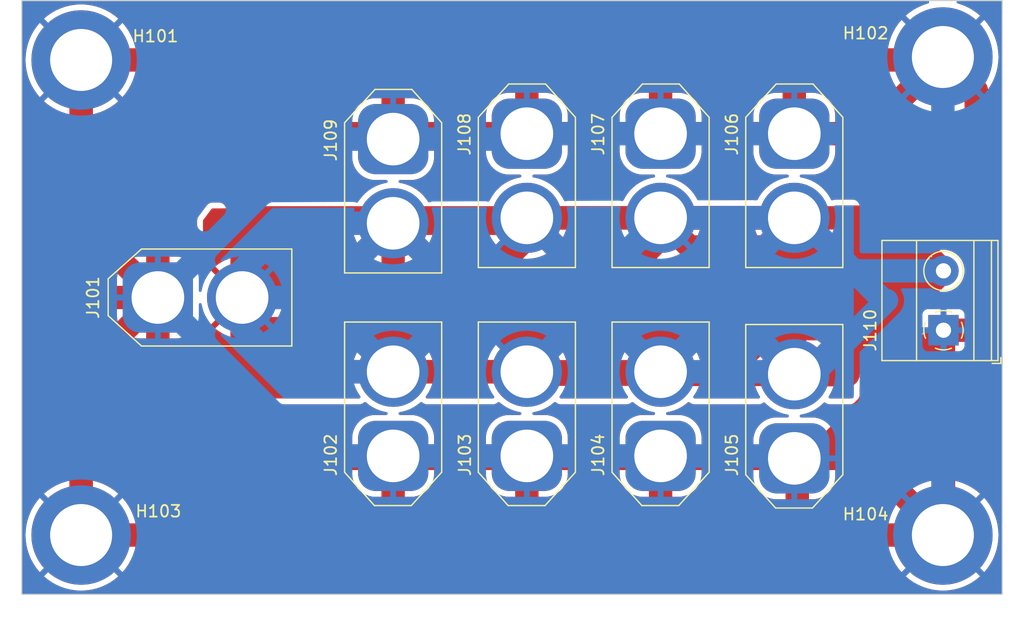
<source format=kicad_pcb>
(kicad_pcb (version 20221018) (generator pcbnew)
  (layers (0 "F.Cu" power) (31 "B.Cu" signal) (34 "B.Paste" user) (35 "F.Paste" user) (36 "B.SilkS" user "B.Silkscreen") (37 "F.SilkS" user "F.Silkscreen") (38 "B.Mask" user) (39 "F.Mask" user) (44 "Edge.Cuts" user))
  (net 0 "")
  (net 1 "GND")
  (net 2 "+12V")
  (footprint "TerminalBlock_Phoenix:TerminalBlock_Phoenix_MKDS-1,5-2-5.08_1x02_P5.08mm_Horizontal" (layer "F.Cu") (at 124.511 53.599 90)
    (fp_text reference "J110" (at 0.005 -6.26 90) (layer "F.SilkS"))
    (fp_text value "Screw_Terminal_01x02")
    (fp_line (start -2.84 4.16) (end -2.84 4.9) (stroke (width 0.12)) (layer "F.SilkS"))
    (fp_line (start -2.84 4.9) (end -2.34 4.9) (stroke (width 0.12)) (layer "F.SilkS"))
    (fp_line (start -2.6 -5.261) (end -2.6 4.66) (stroke (width 0.12)) (layer "F.SilkS"))
    (fp_line (start -2.6 -5.261) (end 7.68 -5.261) (stroke (width 0.12)) (layer "F.SilkS"))
    (fp_line (start -2.6 -2.301) (end 7.68 -2.301) (stroke (width 0.12)) (layer "F.SilkS"))
    (fp_line (start -2.6 2.6) (end 7.68 2.6) (stroke (width 0.12)) (layer "F.SilkS"))
    (fp_line (start -2.6 4.1) (end 7.68 4.1) (stroke (width 0.12)) (layer "F.SilkS"))
    (fp_line (start -2.6 4.66) (end 7.68 4.66) (stroke (width 0.12)) (layer "F.SilkS"))
    (fp_line (start 3.853 1.023) (end 3.806 1.069) (stroke (width 0.12)) (layer "F.SilkS"))
    (fp_line (start 4.046 1.239) (end 4.011 1.274) (stroke (width 0.12)) (layer "F.SilkS"))
    (fp_line (start 6.15 -1.275) (end 6.115 -1.239) (stroke (width 0.12)) (layer "F.SilkS"))
    (fp_line (start 6.355 -1.069) (end 6.308 -1.023) (stroke (width 0.12)) (layer "F.SilkS"))
    (fp_line (start 7.68 -5.261) (end 7.68 4.66) (stroke (width 0.12)) (layer "F.SilkS"))
    (fp_arc (start -1.535427 0.683042) (mid -1.680501 -0.000524) (end -1.535 -0.684) (stroke (width 0.12)) (layer "F.SilkS"))
    (fp_arc (start -0.683042 -1.535427) (mid 0.000524 -1.680501) (end 0.684 -1.535) (stroke (width 0.12)) (layer "F.SilkS"))
    (fp_arc (start 0.028805 1.680253) (mid -0.335551 1.646659) (end -0.684 1.535) (stroke (width 0.12)) (layer "F.SilkS"))
    (fp_arc (start 0.683318 1.534756) (mid 0.349292 1.643288) (end 0 1.68) (stroke (width 0.12)) (layer "F.SilkS"))
    (fp_arc (start 1.535427 -0.683042) (mid 1.680501 0.000524) (end 1.535 0.684) (stroke (width 0.12)) (layer "F.SilkS"))
    (fp_circle (center 5.08 0) (end 6.76 0) (stroke (width 0.12)) (fill none) (layer "F.SilkS"))
    (pad "1" thru_hole rect (at 0 0 90) (size 2.6 2.6) (drill 1.3) (layers "*.Cu" "*.Mask") (net 1 "GND"))
    (pad "2" thru_hole circle (at 5.08 0 90) (size 2.6 2.6) (drill 1.3) (layers "*.Cu" "*.Mask") (net 2 "+12V"))
  )
  (footprint "MountingHole:MountingHole_5.3mm_M5_ISO14580_Pad_TopBottom" (layer "F.Cu") (at 124.46 71.12)
    (fp_text reference "H104" (at -6.604 -1.778) (layer "F.SilkS"))
    (fp_text value "MountingHole_Pad")
    (pad "1" thru_hole circle (at 0 0) (size 5.7 5.7) (drill 5.3) (layers "*.Cu" "*.Mask") (net 1 "GND"))
    (pad "1" connect circle (at 0 0) (size 8.5 8.5) (layers "F.Cu" "F.Mask") (net 1 "GND"))
    (pad "1" connect circle (at 0 0) (size 8.5 8.5) (layers "B.Cu" "B.Mask") (net 1 "GND"))
  )
  (footprint "MountingHole:MountingHole_5.3mm_M5_ISO14580_Pad_TopBottom" (layer "F.Cu") (at 50.8 30.48)
    (fp_text reference "H101" (at 6.35 -2.032) (layer "F.SilkS"))
    (fp_text value "MountingHole_Pad")
    (pad "1" thru_hole circle (at 0 0) (size 5.7 5.7) (drill 5.3) (layers "*.Cu" "*.Mask") (net 1 "GND"))
    (pad "1" connect circle (at 0 0) (size 8.5 8.5) (layers "F.Cu" "F.Mask") (net 1 "GND"))
    (pad "1" connect circle (at 0 0) (size 8.5 8.5) (layers "B.Cu" "B.Mask") (net 1 "GND"))
  )
  (footprint "Connector_AMASS:AMASS_XT60-M_1x02_P7.20mm_Vertical" (layer "F.Cu") (at 88.9 36.786 -90)
    (fp_text reference "J108" (at 0.044 5.334 90) (layer "F.SilkS"))
    (fp_text value "Conn_01x02_Socket")
    (fp_line (start -4.25 -1.6) (end -4.25 1.55) (stroke (width 0.12)) (layer "F.SilkS"))
    (fp_line (start -4.25 1.55) (end -1.4 4.15) (stroke (width 0.12)) (layer "F.SilkS"))
    (fp_line (start -1.4 -4.15) (end -4.25 -1.6) (stroke (width 0.12)) (layer "F.SilkS"))
    (fp_line (start -1.4 4.15) (end 11.45 4.15) (stroke (width 0.12)) (layer "F.SilkS"))
    (fp_line (start 11.45 -4.15) (end -1.4 -4.15) (stroke (width 0.12)) (layer "F.SilkS"))
    (fp_line (start 11.45 4.15) (end 11.45 -4.15) (stroke (width 0.12)) (layer "F.SilkS"))
    (pad "1" thru_hole roundrect (at 0 0 270) (size 6 6) (drill 4.5) (layers "*.Cu" "*.Mask") (net 1 "GND"))
    (pad "2" thru_hole circle (at 7.2 0 270) (size 6 6) (drill 4.5) (layers "*.Cu" "*.Mask") (net 2 "+12V"))
  )
  (footprint "MountingHole:MountingHole_5.3mm_M5_ISO14580_Pad_TopBottom" (layer "F.Cu") (at 50.8 71.12)
    (fp_text reference "H103" (at 6.604 -2.032) (layer "F.SilkS"))
    (fp_text value "MountingHole_Pad")
    (pad "1" thru_hole circle (at 0 0) (size 5.7 5.7) (drill 5.3) (layers "*.Cu" "*.Mask") (net 1 "GND"))
    (pad "1" connect circle (at 0 0) (size 8.5 8.5) (layers "F.Cu" "F.Mask") (net 1 "GND"))
    (pad "1" connect circle (at 0 0) (size 8.5 8.5) (layers "B.Cu" "B.Mask") (net 1 "GND"))
  )
  (footprint "Connector_AMASS:AMASS_XT60-M_1x02_P7.20mm_Vertical" (layer "F.Cu") (at 77.47 64.35 90)
    (fp_text reference "J102" (at 0.088 -5.334 90) (layer "F.SilkS"))
    (fp_text value "Conn_01x02_Socket")
    (fp_line (start -4.25 -1.6) (end -4.25 1.55) (stroke (width 0.12)) (layer "F.SilkS"))
    (fp_line (start -4.25 1.55) (end -1.4 4.15) (stroke (width 0.12)) (layer "F.SilkS"))
    (fp_line (start -1.4 -4.15) (end -4.25 -1.6) (stroke (width 0.12)) (layer "F.SilkS"))
    (fp_line (start -1.4 4.15) (end 11.45 4.15) (stroke (width 0.12)) (layer "F.SilkS"))
    (fp_line (start 11.45 -4.15) (end -1.4 -4.15) (stroke (width 0.12)) (layer "F.SilkS"))
    (fp_line (start 11.45 4.15) (end 11.45 -4.15) (stroke (width 0.12)) (layer "F.SilkS"))
    (pad "1" thru_hole roundrect (at 0 0 90) (size 6 6) (drill 4.5) (layers "*.Cu" "*.Mask") (net 1 "GND"))
    (pad "2" thru_hole circle (at 7.2 0 90) (size 6 6) (drill 4.5) (layers "*.Cu" "*.Mask") (net 2 "+12V"))
  )
  (footprint "Connector_AMASS:AMASS_XT60-M_1x02_P7.20mm_Vertical" (layer "F.Cu") (at 77.47 37.25 -90)
    (fp_text reference "J109" (at 0.088 5.334 90) (layer "F.SilkS"))
    (fp_text value "Conn_01x02_Socket")
    (fp_line (start -4.25 -1.6) (end -4.25 1.55) (stroke (width 0.12)) (layer "F.SilkS"))
    (fp_line (start -4.25 1.55) (end -1.4 4.15) (stroke (width 0.12)) (layer "F.SilkS"))
    (fp_line (start -1.4 -4.15) (end -4.25 -1.6) (stroke (width 0.12)) (layer "F.SilkS"))
    (fp_line (start -1.4 4.15) (end 11.45 4.15) (stroke (width 0.12)) (layer "F.SilkS"))
    (fp_line (start 11.45 -4.15) (end -1.4 -4.15) (stroke (width 0.12)) (layer "F.SilkS"))
    (fp_line (start 11.45 4.15) (end 11.45 -4.15) (stroke (width 0.12)) (layer "F.SilkS"))
    (pad "1" thru_hole roundrect (at 0 0 270) (size 6 6) (drill 4.5) (layers "*.Cu" "*.Mask") (net 1 "GND"))
    (pad "2" thru_hole circle (at 7.2 0 270) (size 6 6) (drill 4.5) (layers "*.Cu" "*.Mask") (net 2 "+12V"))
  )
  (footprint "Connector_AMASS:AMASS_XT60-M_1x02_P7.20mm_Vertical" (layer "F.Cu") (at 57.36 50.8)
    (fp_text reference "J101" (at -5.544 0 90) (layer "F.SilkS"))
    (fp_text value "Conn_01x02_Pin")
    (fp_line (start -4.25 -1.6) (end -4.25 1.55) (stroke (width 0.12)) (layer "F.SilkS"))
    (fp_line (start -4.25 1.55) (end -1.4 4.15) (stroke (width 0.12)) (layer "F.SilkS"))
    (fp_line (start -1.4 -4.15) (end -4.25 -1.6) (stroke (width 0.12)) (layer "F.SilkS"))
    (fp_line (start -1.4 4.15) (end 11.45 4.15) (stroke (width 0.12)) (layer "F.SilkS"))
    (fp_line (start 11.45 -4.15) (end -1.4 -4.15) (stroke (width 0.12)) (layer "F.SilkS"))
    (fp_line (start 11.45 4.15) (end 11.45 -4.15) (stroke (width 0.12)) (layer "F.SilkS"))
    (pad "1" thru_hole roundrect (at 0 0) (size 6 6) (drill 4.5) (layers "*.Cu" "*.Mask") (net 1 "GND"))
    (pad "2" thru_hole circle (at 7.2 0) (size 6 6) (drill 4.5) (layers "*.Cu" "*.Mask") (net 2 "+12V"))
  )
  (footprint "Connector_AMASS:AMASS_XT60-M_1x02_P7.20mm_Vertical" (layer "F.Cu") (at 100.33 36.786 -90)
    (fp_text reference "J107" (at 0.044 5.334 90) (layer "F.SilkS"))
    (fp_text value "Conn_01x02_Socket")
    (fp_line (start -4.25 -1.6) (end -4.25 1.55) (stroke (width 0.12)) (layer "F.SilkS"))
    (fp_line (start -4.25 1.55) (end -1.4 4.15) (stroke (width 0.12)) (layer "F.SilkS"))
    (fp_line (start -1.4 -4.15) (end -4.25 -1.6) (stroke (width 0.12)) (layer "F.SilkS"))
    (fp_line (start -1.4 4.15) (end 11.45 4.15) (stroke (width 0.12)) (layer "F.SilkS"))
    (fp_line (start 11.45 -4.15) (end -1.4 -4.15) (stroke (width 0.12)) (layer "F.SilkS"))
    (fp_line (start 11.45 4.15) (end 11.45 -4.15) (stroke (width 0.12)) (layer "F.SilkS"))
    (pad "1" thru_hole roundrect (at 0 0 270) (size 6 6) (drill 4.5) (layers "*.Cu" "*.Mask") (net 1 "GND"))
    (pad "2" thru_hole circle (at 7.2 0 270) (size 6 6) (drill 4.5) (layers "*.Cu" "*.Mask") (net 2 "+12V"))
  )
  (footprint "Connector_AMASS:AMASS_XT60-M_1x02_P7.20mm_Vertical" (layer "F.Cu") (at 111.76 64.56 90)
    (fp_text reference "J105" (at 0.298 -5.334 90) (layer "F.SilkS"))
    (fp_text value "Conn_01x02_Socket")
    (fp_line (start -4.25 -1.6) (end -4.25 1.55) (stroke (width 0.12)) (layer "F.SilkS"))
    (fp_line (start -4.25 1.55) (end -1.4 4.15) (stroke (width 0.12)) (layer "F.SilkS"))
    (fp_line (start -1.4 -4.15) (end -4.25 -1.6) (stroke (width 0.12)) (layer "F.SilkS"))
    (fp_line (start -1.4 4.15) (end 11.45 4.15) (stroke (width 0.12)) (layer "F.SilkS"))
    (fp_line (start 11.45 -4.15) (end -1.4 -4.15) (stroke (width 0.12)) (layer "F.SilkS"))
    (fp_line (start 11.45 4.15) (end 11.45 -4.15) (stroke (width 0.12)) (layer "F.SilkS"))
    (pad "1" thru_hole roundrect (at 0 0 90) (size 6 6) (drill 4.5) (layers "*.Cu" "*.Mask") (net 1 "GND"))
    (pad "2" thru_hole circle (at 7.2 0 90) (size 6 6) (drill 4.5) (layers "*.Cu" "*.Mask") (net 2 "+12V"))
  )
  (footprint "MountingHole:MountingHole_5.3mm_M5_ISO14580_Pad_TopBottom" (layer "F.Cu") (at 124.46 30.226)
    (fp_text reference "H102" (at -6.604 -2.032) (layer "F.SilkS"))
    (fp_text value "MountingHole_Pad")
    (pad "1" thru_hole circle (at 0 0) (size 5.7 5.7) (drill 5.3) (layers "*.Cu" "*.Mask") (net 1 "GND"))
    (pad "1" connect circle (at 0 0) (size 8.5 8.5) (layers "F.Cu" "F.Mask") (net 1 "GND"))
    (pad "1" connect circle (at 0 0) (size 8.5 8.5) (layers "B.Cu" "B.Mask") (net 1 "GND"))
  )
  (footprint "Connector_AMASS:AMASS_XT60-M_1x02_P7.20mm_Vertical" (layer "F.Cu") (at 88.9 64.35 90)
    (fp_text reference "J103" (at 0.088 -5.3 90) (layer "F.SilkS"))
    (fp_text value "Conn_01x02_Socket")
    (fp_line (start -4.25 -1.6) (end -4.25 1.55) (stroke (width 0.12)) (layer "F.SilkS"))
    (fp_line (start -4.25 1.55) (end -1.4 4.15) (stroke (width 0.12)) (layer "F.SilkS"))
    (fp_line (start -1.4 -4.15) (end -4.25 -1.6) (stroke (width 0.12)) (layer "F.SilkS"))
    (fp_line (start -1.4 4.15) (end 11.45 4.15) (stroke (width 0.12)) (layer "F.SilkS"))
    (fp_line (start 11.45 -4.15) (end -1.4 -4.15) (stroke (width 0.12)) (layer "F.SilkS"))
    (fp_line (start 11.45 4.15) (end 11.45 -4.15) (stroke (width 0.12)) (layer "F.SilkS"))
    (pad "1" thru_hole roundrect (at 0 0 90) (size 6 6) (drill 4.5) (layers "*.Cu" "*.Mask") (net 1 "GND"))
    (pad "2" thru_hole circle (at 7.2 0 90) (size 6 6) (drill 4.5) (layers "*.Cu" "*.Mask") (net 2 "+12V"))
  )
  (footprint "Connector_AMASS:AMASS_XT60-M_1x02_P7.20mm_Vertical" (layer "F.Cu") (at 100.33 64.35 90)
    (fp_text reference "J104" (at 0.088 -5.334 90) (layer "F.SilkS"))
    (fp_text value "Conn_01x02_Socket")
    (fp_line (start -4.25 -1.6) (end -4.25 1.55) (stroke (width 0.12)) (layer "F.SilkS"))
    (fp_line (start -4.25 1.55) (end -1.4 4.15) (stroke (width 0.12)) (layer "F.SilkS"))
    (fp_line (start -1.4 -4.15) (end -4.25 -1.6) (stroke (width 0.12)) (layer "F.SilkS"))
    (fp_line (start -1.4 4.15) (end 11.45 4.15) (stroke (width 0.12)) (layer "F.SilkS"))
    (fp_line (start 11.45 -4.15) (end -1.4 -4.15) (stroke (width 0.12)) (layer "F.SilkS"))
    (fp_line (start 11.45 4.15) (end 11.45 -4.15) (stroke (width 0.12)) (layer "F.SilkS"))
    (pad "1" thru_hole roundrect (at 0 0 90) (size 6 6) (drill 4.5) (layers "*.Cu" "*.Mask") (net 1 "GND"))
    (pad "2" thru_hole circle (at 7.2 0 90) (size 6 6) (drill 4.5) (layers "*.Cu" "*.Mask") (net 2 "+12V"))
  )
  (footprint "Connector_AMASS:AMASS_XT60-M_1x02_P7.20mm_Vertical" (layer "F.Cu") (at 111.76 36.786 -90)
    (fp_text reference "J106" (at 0.044 5.334 90) (layer "F.SilkS"))
    (fp_text value "Conn_01x02_Socket")
    (fp_line (start -4.25 -1.6) (end -4.25 1.55) (stroke (width 0.12)) (layer "F.SilkS"))
    (fp_line (start -4.25 1.55) (end -1.4 4.15) (stroke (width 0.12)) (layer "F.SilkS"))
    (fp_line (start -1.4 -4.15) (end -4.25 -1.6) (stroke (width 0.12)) (layer "F.SilkS"))
    (fp_line (start -1.4 4.15) (end 11.45 4.15) (stroke (width 0.12)) (layer "F.SilkS"))
    (fp_line (start 11.45 -4.15) (end -1.4 -4.15) (stroke (width 0.12)) (layer "F.SilkS"))
    (fp_line (start 11.45 4.15) (end 11.45 -4.15) (stroke (width 0.12)) (layer "F.SilkS"))
    (pad "1" thru_hole roundrect (at 0 0 270) (size 6 6) (drill 4.5) (layers "*.Cu" "*.Mask") (net 1 "GND"))
    (pad "2" thru_hole circle (at 7.2 0 270) (size 6 6) (drill 4.5) (layers "*.Cu" "*.Mask") (net 2 "+12V"))
  )
  (gr_rect (start 45.72 25.4) (end 129.54 76.2) (stroke (width 0.1)) (fill none) (layer "Edge.Cuts"))
  (segment (start 112.014 64.814) (end 112.014 71.12) (width 2) (layer "F.Cu") (net 1))
  (segment (start 50.8 71.12) (end 77.216 71.12) (width 2) (layer "F.Cu") (net 1))
  (segment (start 124.511 71.069) (end 124.46 71.12) (width 2) (layer "F.Cu") (net 1))
  (segment (start 126.741 53.599) (end 127.311 53.029) (width 2) (layer "F.Cu") (net 1))
  (segment (start 88.9 64.35) (end 88.9 71.12) (width 2) (layer "F.Cu") (net 1))
  (segment (start 111.76 36.786) (end 111.76 30.988) (width 2) (layer "F.Cu") (net 1))
  (segment (start 111.252 30.48) (end 124.206 30.48) (width 2) (layer "F.Cu") (net 1))
  (segment (start 57.36 50.8) (end 50.8 44.24) (width 2) (layer "F.Cu") (net 1))
  (segment (start 100.076 30.48) (end 111.252 30.48) (width 2) (layer "F.Cu") (net 1))
  (segment (start 111.76 30.988) (end 111.252 30.48) (width 2) (layer "F.Cu") (net 1))
  (segment (start 50.8 71.12) (end 50.8 50.8) (width 2) (layer "F.Cu") (net 1))
  (segment (start 100.33 30.734) (end 100.076 30.48) (width 2) (layer "F.Cu") (net 1))
  (segment (start 112.014 71.12) (end 124.46 71.12) (width 2) (layer "F.Cu") (net 1))
  (segment (start 100.33 36.786) (end 100.33 30.734) (width 2) (layer "F.Cu") (net 1))
  (segment (start 111.76 64.56) (end 65.83 64.56) (width 2) (layer "F.Cu") (net 1))
  (segment (start 124.511 53.599) (end 124.511 71.069) (width 2) (layer "F.Cu") (net 1))
  (segment (start 77.47 37.25) (end 77.47 30.48) (width 2) (layer "F.Cu") (net 1))
  (segment (start 77.47 30.48) (end 88.9 30.48) (width 2) (layer "F.Cu") (net 1))
  (segment (start 57.36 56.09) (end 57.36 50.8) (width 2) (layer "F.Cu") (net 1))
  (segment (start 127.311 33.077) (end 124.46 30.226) (width 2) (layer "F.Cu") (net 1))
  (segment (start 117.9 36.786) (end 124.46 30.226) (width 2) (layer "F.Cu") (net 1))
  (segment (start 77.47 64.35) (end 77.47 70.866) (width 2) (layer "F.Cu") (net 1))
  (segment (start 111.76 64.56) (end 117.9 64.56) (width 2) (layer "F.Cu") (net 1))
  (segment (start 77.47 70.866) (end 77.216 71.12) (width 2) (layer "F.Cu") (net 1))
  (segment (start 124.511 53.599) (end 126.741 53.599) (width 2) (layer "F.Cu") (net 1))
  (segment (start 88.9 71.12) (end 100.33 71.12) (width 2) (layer "F.Cu") (net 1))
  (segment (start 113.55 64.56) (end 124.511 53.599) (width 2) (layer "F.Cu") (net 1))
  (segment (start 57.36 50.8) (end 50.8 50.8) (width 2) (layer "F.Cu") (net 1))
  (segment (start 124.206 30.48) (end 124.46 30.226) (width 2) (layer "F.Cu") (net 1))
  (segment (start 100.33 64.35) (end 100.33 71.12) (width 2) (layer "F.Cu") (net 1))
  (segment (start 50.8 57.36) (end 50.8 71.12) (width 2) (layer "F.Cu") (net 1))
  (segment (start 111.76 36.786) (end 117.9 36.786) (width 2) (layer "F.Cu") (net 1))
  (segment (start 50.8 50.8) (end 50.8 30.48) (width 2) (layer "F.Cu") (net 1))
  (segment (start 57.36 42.97) (end 63.544 36.786) (width 2) (layer "F.Cu") (net 1))
  (segment (start 77.216 71.12) (end 88.9 71.12) (width 2) (layer "F.Cu") (net 1))
  (segment (start 111.76 64.56) (end 112.014 64.814) (width 2) (layer "F.Cu") (net 1))
  (segment (start 88.9 30.48) (end 100.076 30.48) (width 2) (layer "F.Cu") (net 1))
  (segment (start 100.33 71.12) (end 112.014 71.12) (width 2) (layer "F.Cu") (net 1))
  (segment (start 63.544 36.786) (end 111.76 36.786) (width 2) (layer "F.Cu") (net 1))
  (segment (start 127.311 53.029) (end 127.311 33.077) (width 2) (layer "F.Cu") (net 1))
  (segment (start 88.9 36.786) (end 88.9 30.48) (width 2) (layer "F.Cu") (net 1))
  (segment (start 65.83 64.56) (end 57.36 56.09) (width 2) (layer "F.Cu") (net 1))
  (segment (start 112.18 64.98) (end 111.76 64.56) (width 2) (layer "F.Cu") (net 1))
  (segment (start 111.76 64.56) (end 113.55 64.56) (width 2) (layer "F.Cu") (net 1))
  (segment (start 117.9 64.56) (end 124.46 71.12) (width 2) (layer "F.Cu") (net 1))
  (segment (start 50.8 44.24) (end 50.8 30.48) (width 2) (layer "F.Cu") (net 1))
  (segment (start 57.36 50.8) (end 50.8 57.36) (width 2) (layer "F.Cu") (net 1))
  (segment (start 50.8 30.48) (end 77.47 30.48) (width 2) (layer "F.Cu") (net 1))
  (segment (start 57.36 50.8) (end 57.36 42.97) (width 2) (layer "F.Cu") (net 1))
  (segment (start 100.33 64.35) (end 111.55 64.35) (width 2) (layer "B.Cu") (net 1))
  (segment (start 100.33 36.786) (end 111.76 36.786) (width 2) (layer "B.Cu") (net 1))
  (segment (start 88.9 36.786) (end 100.33 36.786) (width 2) (layer "B.Cu") (net 1))
  (segment (start 77.47 64.35) (end 88.9 64.35) (width 2) (layer "B.Cu") (net 1))
  (segment (start 77.47 37.25) (end 88.436 37.25) (width 2) (layer "B.Cu") (net 1))
  (segment (start 70.91 37.25) (end 77.47 37.25) (width 2) (layer "B.Cu") (net 1))
  (segment (start 124.46 30.226) (end 124.46 38.1) (width 2) (layer "B.Cu") (net 1))
  (segment (start 126.401 69.179) (end 124.46 71.12) (width 2) (layer "B.Cu") (net 1))
  (segment (start 124.46 60.452) (end 124.46 71.12) (width 2) (layer "B.Cu") (net 1))
  (segment (start 57.36 50.8) (end 70.91 64.35) (width 2) (layer "B.Cu") (net 1))
  (segment (start 88.9 64.35) (end 100.33 64.35) (width 2) (layer "B.Cu") (net 1))
  (segment (start 111.76 36.786) (end 114.718 36.786) (width 2) (layer "B.Cu") (net 1))
  (segment (start 127.762 41.402) (end 127.762 57.15) (width 2) (layer "B.Cu") (net 1))
  (segment (start 124.46 38.1) (end 127.762 41.402) (width 2) (layer "B.Cu") (net 1))
  (segment (start 127.762 57.15) (end 124.46 60.452) (width 2) (layer "B.Cu") (net 1))
  (segment (start 124.46 30.226) (end 126.401 32.167) (width 2) (layer "B.Cu") (net 1))
  (segment (start 111.55 64.35) (end 111.76 64.56) (width 2) (layer "B.Cu") (net 1))
  (segment (start 70.91 64.35) (end 88.9 64.35) (width 2) (layer "B.Cu") (net 1))
  (segment (start 88.436 37.25) (end 88.9 36.786) (width 2) (layer "B.Cu") (net 1))
  (segment (start 57.36 50.8) (end 70.91 37.25) (width 2) (layer "B.Cu") (net 1))
  (segment (start 100.33 57.15) (end 88.9 57.15) (width 2) (layer "F.Cu") (net 2))
  (segment (start 121.158 51.816) (end 121.214 51.816) (width 2) (layer "F.Cu") (net 2))
  (segment (start 64.56 50.8) (end 64.56 54.654) (width 2) (layer "F.Cu") (net 2))
  (segment (start 103.378 46.482) (end 103.102 46.758) (width 2) (layer "F.Cu") (net 2))
  (segment (start 119.507 53.467) (end 121.158 51.816) (width 2) (layer "F.Cu") (net 2))
  (segment (start 121.214 51.816) (end 124.511 48.519) (width 2) (layer "F.Cu") (net 2))
  (segment (start 116.332 56.642) (end 119.507 53.467) (width 2) (layer "F.Cu") (net 2))
  (segment (start 111.76 45.72) (end 100.33 57.15) (width 2) (layer "F.Cu") (net 2))
  (segment (start 64.56 50.8) (end 68.58 50.8) (width 2) (layer "F.Cu") (net 2))
  (segment (start 124.511 48.519) (end 122.474 46.482) (width 2) (layer "F.Cu") (net 2))
  (segment (start 65.747 53.467) (end 64.56 54.654) (width 2) (layer "F.Cu") (net 2))
  (segment (start 71.12 50.8) (end 70.866 50.8) (width 2) (layer "F.Cu") (net 2))
  (segment (start 121.158 51.816) (end 121.158 49.784) (width 2) (layer "F.Cu") (net 2))
  (segment (start 111.76 57.36) (end 100.54 57.36) (width 2) (layer "F.Cu") (net 2))
  (segment (start 119.978 43.986) (end 124.511 48.519) (width 2) (layer "F.Cu") (net 2))
  (segment (start 103.102 46.758) (end 100.33 43.986) (width 2) (layer "F.Cu") (net 2))
  (segment (start 111.76 57.36) (end 111.76 55.416) (width 2) (layer "F.Cu") (net 2))
  (segment (start 88.9 57.15) (end 77.47 57.15) (width 2) (layer "F.Cu") (net 2))
  (segment (start 111.76 55.416) (end 103.102 46.758) (width 2) (layer "F.Cu") (net 2))
  (segment (start 90.38 57.36) (end 111.76 57.36) (width 2) (layer "F.Cu") (net 2))
  (segment (start 111.804 57.404) (end 116.332 57.404) (width 2) (layer "F.Cu") (net 2))
  (segment (start 67.056 57.15) (end 88.9 57.15) (width 2) (layer "F.Cu") (net 2))
  (segment (start 116.332 57.404) (end 116.332 56.642) (width 2) (layer "F.Cu") (net 2))
  (segment (start 67.608 49.784) (end 64.56 46.736) (width 2) (layer "F.Cu") (net 2))
  (segment (start 111.76 57.36) (end 111.804 57.404) (width 2) (layer "F.Cu") (net 2))
  (segment (start 121.158 49.784) (end 67.608 49.784) (width 2) (layer "F.Cu") (net 2))
  (segment (start 77.47 44.45) (end 90.38 57.36) (width 2) (layer "F.Cu") (net 2))
  (segment (start 88.9 43.986) (end 100.33 43.986) (width 2) (layer "F.Cu") (net 2))
  (segment (start 111.76 57.36) (end 105.918 57.36) (width 2) (layer "F.Cu") (net 2))
  (segment (start 105.918 57.36) (end 102.274 57.36) (width 2) (layer "F.Cu") (net 2))
  (segment (start 122.474 46.482) (end 103.378 46.482) (width 2) (layer "F.Cu") (net 2))
  (segment (start 111.76 43.986) (end 119.978 43.986) (width 2) (layer "F.Cu") (net 2))
  (segment (start 68.58 50.8) (end 70.866 50.8) (width 2) (layer "F.Cu") (net 2))
  (segment (start 100.33 43.986) (end 111.76 43.986) (width 2) (layer "F.Cu") (net 2))
  (segment (start 121.158 49.784) (end 121.158 48.519) (width 2) (layer "F.Cu") (net 2))
  (segment (start 102.064 43.986) (end 88.9 57.15) (width 2) (layer "F.Cu") (net 2))
  (segment (start 102.274 57.36) (end 88.9 43.986) (width 2) (layer "F.Cu") (net 2))
  (segment (start 111.76 57.36) (end 111.76 50.8) (width 2) (layer "F.Cu") (net 2))
  (segment (start 77.47 57.15) (end 71.12 50.8) (width 2) (layer "F.Cu") (net 2))
  (segment (start 64.56 54.654) (end 67.056 57.15) (width 2) (layer "F.Cu") (net 2))
  (segment (start 111.76 43.986) (end 102.064 43.986) (width 2) (layer "F.Cu") (net 2))
  (segment (start 70.866 50.8) (end 111.76 50.8) (width 2) (layer "F.Cu") (net 2))
  (segment (start 77.47 44.45) (end 71.12 50.8) (width 2) (layer "F.Cu") (net 2))
  (segment (start 111.76 43.986) (end 90.634 43.986) (width 2) (layer "F.Cu") (net 2))
  (segment (start 100.54 57.36) (end 100.33 57.15) (width 2) (layer "F.Cu") (net 2))
  (segment (start 114.759 48.519) (end 105.918 57.36) (width 2) (layer "F.Cu") (net 2))
  (segment (start 90.634 43.986) (end 77.47 57.15) (width 2) (layer "F.Cu") (net 2))
  (segment (start 88.436 44.45) (end 88.9 43.986) (width 2) (layer "F.Cu") (net 2))
  (segment (start 77.47 44.45) (end 88.436 44.45) (width 2) (layer "F.Cu") (net 2))
  (segment (start 77.47 44.45) (end 77.47 57.15) (width 2) (layer "F.Cu") (net 2))
  (segment (start 111.76 43.986) (end 111.76 45.72) (width 2) (layer "F.Cu") (net 2))
  (segment (start 64.56 50.8) (end 64.56 46.736) (width 2) (layer "F.Cu") (net 2))
  (segment (start 119.507 53.467) (end 65.747 53.467) (width 2) (layer "F.Cu") (net 2))
  (segment (start 111.76 50.8) (end 111.76 43.986) (width 2) (layer "F.Cu") (net 2))
  (segment (start 121.158 51.816) (end 69.596 51.816) (width 2) (layer "F.Cu") (net 2))
  (segment (start 64.56 45.764) (end 66.338 43.986) (width 2) (layer "F.Cu") (net 2))
  (segment (start 64.56 46.736) (end 64.56 45.764) (width 2) (layer "F.Cu") (net 2))
  (segment (start 69.596 51.816) (end 68.58 50.8) (width 2) (layer "F.Cu") (net 2))
  (segment (start 120.142 50.8) (end 121.158 51.816) (width 2) (layer "F.Cu") (net 2))
  (segment (start 66.338 43.986) (end 88.9 43.986) (width 2) (layer "F.Cu") (net 2))
  (segment (start 111.76 50.8) (end 120.142 50.8) (width 2) (layer "F.Cu") (net 2))
  (segment (start 124.511 48.519) (end 114.759 48.519) (width 2) (layer "F.Cu") (net 2))
  (segment (start 124.511 48.519) (end 121.158 48.519) (width 2) (layer "F.Cu") (net 2))
  (segment (start 119.639 51.049) (end 113.538 57.15) (width 2) (layer "B.Cu") (net 2))
  (segment (start 64.56 50.8) (end 64.56 53.384) (width 2) (layer "B.Cu") (net 2))
  (segment (start 64.56 50.8) (end 104.946 50.8) (width 2) (layer "B.Cu") (net 2))
  (segment (start 93.98 50.8) (end 64.56 50.8) (width 2) (layer "B.Cu") (net 2))
  (segment (start 83.571 51.049) (end 77.47 57.15) (width 2) (layer "B.Cu") (net 2))
  (segment (start 68.58 44.45) (end 77.47 44.45) (width 2) (layer "B.Cu") (net 2))
  (segment (start 71.12 50.8) (end 77.47 57.15) (width 2) (layer "B.Cu") (net 2))
  (segment (start 84.069 51.049) (end 77.47 44.45) (width 2) (layer "B.Cu") (net 2))
  (segment (start 64.56 50.8) (end 93.516 50.8) (width 2) (layer "B.Cu") (net 2))
  (segment (start 113.538 57.15) (end 100.33 57.15) (width 2) (layer "B.Cu") (net 2))
  (segment (start 64.56 53.384) (end 68.326 57.15) (width 2) (layer "B.Cu") (net 2))
  (segment (start 112.312 43.986) (end 100.33 43.986) (width 2) (layer "B.Cu") (net 2))
  (segment (start 71.12 50.8) (end 77.47 44.45) (width 2) (layer "B.Cu") (net 2))
  (segment (start 64.56 50.8) (end 105.2 50.8) (width 2) (layer "B.Cu") (net 2))
  (segment (start 104.946 50.8) (end 111.76 43.986) (width 2) (layer "B.Cu") (net 2))
  (segment (start 64.56 50.8) (end 64.56 48.47) (width 2) (layer "B.Cu") (net 2))
  (segment (start 108.961 48.519) (end 100.33 57.15) (width 2) (layer "B.Cu") (net 2))
  (segment (start 68.326 57.15) (end 77.47 57.15) (width 2) (layer "B.Cu") (net 2))
  (segment (start 105.2 50.8) (end 111.76 57.36) (width 2) (layer "B.Cu") (net 2))
  (segment (start 124.511 48.519) (end 108.961 48.519) (width 2) (layer "B.Cu") (net 2))
  (segment (start 100.33 57.15) (end 93.98 50.8) (width 2) (layer "B.Cu") (net 2))
  (segment (start 64.56 50.8) (end 71.12 50.8) (width 2) (layer "B.Cu") (net 2))
  (segment (start 119.375 51.049) (end 112.312 43.986) (width 2) (layer "B.Cu") (net 2))
  (segment (start 64.56 48.47) (end 68.58 44.45) (width 2) (layer "B.Cu") (net 2))
  (segment (start 93.516 50.8) (end 100.33 43.986) (width 2) (layer "B.Cu") (net 2))
  (segment (start 95.963 51.049) (end 88.9 43.986) (width 2) (layer "B.Cu") (net 2))
  (segment (start 95.001 51.049) (end 88.9 57.15) (width 2) (layer "B.Cu") (net 2))
  (zone (net 2) (net_name "+12V") (layer "F.Cu") (priority 3) (connect_pads (clearance 0.5)) (min_thickness 0.25) (fill yes (thermal_gap 0.5) (thermal_bridge_width 0.5))
    (polygon (pts (xy 115.824 58.928) (xy 125.222 49.276) (xy 120.142 42.926) (xy 115.316 42.926) (xy 115.824 58.674)))
  )
  (zone (net 1) (net_name "GND") (layer "F.Cu") (priority 1) (connect_pads (clearance 0.5)) (min_thickness 0.25) (fill yes (thermal_gap 0.5) (thermal_bridge_width 0.5))
    (polygon (pts (xy 45.72 25.4) (xy 129.54 25.4) (xy 129.54 76.454) (xy 45.72 76.2)))
  )
  (zone (net 2) (net_name "+12V") (layers "F&B.Cu") (priority 2) (connect_pads (clearance 0.5)) (min_thickness 0.25) (fill yes (thermal_gap 0.5) (thermal_bridge_width 0.5))
    (polygon (pts (xy 61.976 43.18) (xy 116.84 42.926) (xy 116.84 59.436) (xy 64.262 59.436) (xy 61.214 53.848) (xy 61.214 44.196)))
  )
  (zone (net 1) (net_name "GND") (layer "B.Cu") (connect_pads (clearance 0.5)) (min_thickness 0.25) (fill yes (thermal_gap 0.5) (thermal_bridge_width 0.5))
    (polygon (pts (xy 45.72 25.4) (xy 129.54 25.4) (xy 129.54 76.2) (xy 45.72 76.2)))
  )
)
</source>
